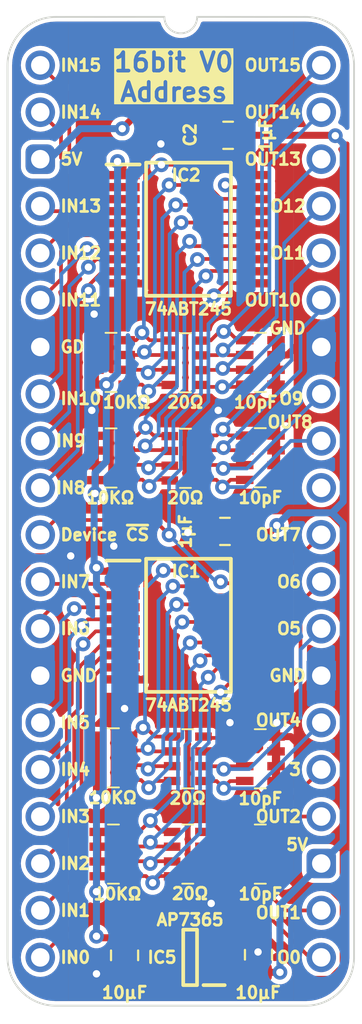
<source format=kicad_pcb>
(kicad_pcb (version 20240108) (generator "pcbnew") (generator_version "8.0")
  (title_block (title "Address Buffer 16bit") (date "2024-02-01") (rev "V0"))
  (layers (0 "F.Cu" signal) (31 "B.Cu" signal) (34 "B.Paste" user) (35 "F.Paste" user) (36 "B.SilkS" user "B.Silkscreen") (37 "F.SilkS" user "F.Silkscreen") (38 "B.Mask" user) (39 "F.Mask" user) (44 "Edge.Cuts" user))
  (net 0 "")
  (net 1 "GND")
  (net 2 "5V")
  (net 3 "/3.3V")
  (net 5 "A7_{s}")
  (net 6 "A6_{s}")
  (net 7 "A5_{s}")
  (net 8 "A4_{s}")
  (net 9 "A1_{s}")
  (net 10 "A0_{s}")
  (net 11 "A3_{s}")
  (net 12 "A2_{s}")
  (net 13 "A9_{s}")
  (net 14 "/A0")
  (net 15 "/A1")
  (net 16 "/A2")
  (net 17 "/A3")
  (net 18 "/A4")
  (net 19 "/A5")
  (net 20 "/A6")
  (net 21 "/A7")
  (net 22 "A10_{s}")
  (net 23 "A8_{s}")
  (net 24 "A11_{s}")
  (net 25 "A15_{s}")
  (net 26 "A13_{s}")
  (net 27 "A12_{s}")
  (net 28 "A14_{s}")
  (net 29 "A2_{IN}")
  (net 30 "/A8")
  (net 31 "/A9")
  (net 32 "/A10")
  (net 33 "/A11")
  (net 34 "/A12")
  (net 35 "/A13")
  (net 36 "/A14")
  (net 37 "/A15")
  (net 39 "A3_{IN}")
  (net 40 "A0_{IN}")
  (net 41 "A1_{IN}")
  (net 42 "Device ~{CS}")
  (net 43 "A6_{IN}")
  (net 44 "A4_{IN}")
  (net 45 "A7_{IN}")
  (net 46 "A5_{IN}")
  (net 47 "A14_{IN}")
  (net 48 "A13_{IN}")
  (net 49 "A15_{IN}")
  (net 50 "A9_{IN}")
  (net 51 "A11_{IN}")
  (net 52 "A8_{IN}")
  (net 53 "A10_{IN}")
  (net 54 "A12_{IN}")
  (footprint "SamacSys_Parts:CA0612KRX7R9BB100" (layer "F.Cu") (at 100.838 79.6502)
    (property "Reference" "CN3" (hide yes))
    (property "Value" "CA0612KRX7R9BB100" (hide yes))
  )
  (footprint "SamacSys_Parts:CAY16-J4" (layer "F.Cu") (at 92.71 74.494)
    (property "Reference" "RN3" (hide yes))
    (property "Value" "CAY16-103J4LF" (hide yes))
  )
  (footprint "SamacSys_Parts:CAY16-F4" (layer "F.Cu") (at 96.901 95.9168)
    (property "Reference" "RN5" (hide yes))
    (property "Value" "CAY16-200J4LF" (hide yes))
  )
  (footprint "SamacSys_Parts:SOP65P780X200-20N" (layer "F.Cu") (at 96.94 67.2886)
    (property "Reference" "IC2")
    (property "Value" "SN74ABT245BDBR" (hide yes))
  )
  (footprint "SamacSys_Parts:C_0805" (layer "F.Cu") (at 98.933 83.636 90)
    (property "Reference" "C1" (hide yes))
    (property "Value" "1μF")
  )
  (footprint "SamacSys_Parts:SOP65P780X200-20N" (layer "F.Cu") (at 96.94 88.716)
    (property "Reference" "IC1")
    (property "Value" "SN74ABT245BDBR" (hide yes))
  )
  (footprint "SamacSys_Parts:CAY16-F4" (layer "F.Cu") (at 96.774 74.494)
    (property "Reference" "RN10" (hide yes))
    (property "Value" "CAY16-200J4LF" (hide yes))
  )
  (footprint "SamacSys_Parts:C_0805" (layer "F.Cu") (at 100.7364 106.553)
    (property "Reference" "C8" (hide yes))
    (property "Value" "10µF")
  )
  (footprint "SamacSys_Parts:C_0805" (layer "F.Cu") (at 99.1048 62.2086 90)
    (property "Reference" "C2")
    (property "Value" "1μF")
  )
  (footprint "SamacSys_Parts:CAY16-J4" (layer "F.Cu") (at 92.837 101.092)
    (property "Reference" "RN2" (hide yes))
    (property "Value" "CAY16-103J4LF" (hide yes))
  )
  (footprint "SamacSys_Parts:CAY16-J4" (layer "F.Cu") (at 92.837 95.885)
    (property "Reference" "RN1" (hide yes))
    (property "Value" "CAY16-103J4LF" (hide yes))
  )
  (footprint "SamacSys_Parts:CA0612KRX7R9BB100" (layer "F.Cu") (at 100.838 101.092)
    (property "Reference" "CN2" (hide yes))
    (property "Value" "CA0612KRX7R9BB100" (hide yes))
  )
  (footprint "SamacSys_Parts:SOT95P285X130-5N" (layer "F.Cu") (at 97.028 106.68 180)
    (property "Reference" "IC5")
    (property "Value" "AP7365-33WG-7" (hide yes))
  )
  (footprint "SamacSys_Parts:CA0612KRX7R9BB100" (layer "F.Cu") (at 100.838 74.494)
    (property "Reference" "CN4" (hide yes))
    (property "Value" "CA0612KRX7R9BB100" (hide yes))
  )
  (footprint "SamacSys_Parts:C_0805" (layer "F.Cu") (at 93.472 106.553 180)
    (property "Reference" "C9" (hide yes))
    (property "Value" "10µF")
  )
  (footprint "SamacSys_Parts:CAY16-F4" (layer "F.Cu") (at 96.901 101.0728)
    (property "Reference" "RN6" (hide yes))
    (property "Value" "CAY16-200J4LF" (hide yes))
  )
  (footprint "SamacSys_Parts:CA0612KRX7R9BB100" (layer "F.Cu") (at 100.838 95.936)
    (property "Reference" "CN1" (hide yes))
    (property "Value" "CA0612KRX7R9BB100" (hide yes))
  )
  (footprint "SamacSys_Parts:CAY16-J4" (layer "F.Cu") (at 92.71 79.6632)
    (property "Reference" "RN4" (hide yes))
    (property "Value" "CAY16-103J4LF" (hide yes))
  )
  (footprint "SamacSys_Parts:CAY16-F4" (layer "F.Cu") (at 96.774 79.6632)
    (property "Reference" "RN9" (hide yes))
    (property "Value" "CAY16-200J4LF" (hide yes))
  )
  (footprint "SamacSys_Parts:DIP-40_Board_W15.24mm" (layer "F.Cu") (at 88.9 58.42)
    (property "Reference" "J1" (hide yes))
    (property "Value" "Conn_02x20_Counter_Clockwise" (hide yes))
    (fp_line (start -1.778 48.26) (end -1.778 0) (stroke (width 0.1)) (layer "Edge.Cuts"))
    (fp_line (start 6.731 -2.6162) (end 0.835732 -2.613732) (stroke (width 0.1)) (layer "Edge.Cuts"))
    (fp_line (start 14.404267 -2.613733) (end 8.509 -2.6162) (stroke (width 0.1)) (layer "Edge.Cuts"))
    (fp_line (start 14.404268 50.873732) (end 0.835733 50.873733) (stroke (width 0.1)) (layer "Edge.Cuts"))
    (fp_line (start 17.018 48.26) (end 17.017999 -0.000001) (stroke (width 0.1)) (layer "Edge.Cuts"))
    (fp_arc (start -1.778 0) (mid -1.012456 -1.848188) (end 0.835732 -2.613732) (stroke (width 0.1)) (layer "Edge.Cuts"))
    (fp_arc (start 0.835733 50.873733) (mid -1.012457 50.108189) (end -1.778 48.26) (stroke (width 0.1)) (layer "Edge.Cuts"))
    (fp_arc (start 8.509 -2.6162) (mid 7.62 -1.7272) (end 6.731 -2.6162) (stroke (width 0.1)) (layer "Edge.Cuts"))
    (fp_arc (start 14.404267 -2.613733) (mid 16.252457 -1.84819) (end 17.017999 -0.000001) (stroke (width 0.1)) (layer "Edge.Cuts"))
    (fp_arc (start 17.018 48.26) (mid 16.252456 50.108187) (end 14.404268 50.873732) (stroke (width 0.1)) (layer "Edge.Cuts"))
  )
  (gr_text "5V" (at 103.505 100.584 0) (layer "F.SilkS") (effects (font (size 0.635 0.635)) (justify right)))
  (gr_text "GND" (at 89.916 91.44 0) (layer "F.SilkS") (effects (font (size 0.635 0.635)) (justify left)))
  (gr_text "IN14" (at 89.916 60.96 0) (layer "F.SilkS") (effects (font (size 0.635 0.635)) (justify left)))
  (gr_text "O11" (at 103.378 68.58 0) (layer "F.SilkS") (effects (font (size 0.635 0.635)) (justify right)))
  (gr_text "OUT8" (at 103.759 77.724 0) (layer "F.SilkS") (effects (font (size 0.635 0.635)) (justify right)))
  (gr_text "OUT10" (at 103.124 71.12 0) (layer "F.SilkS") (effects (font (size 0.635 0.635)) (justify right)))
  (gr_text "3" (at 103.124 96.52 0) (layer "F.SilkS") (effects (font (size 0.635 0.635)) (justify right)))
  (gr_text "GND" (at 103.378 91.44 0) (layer "F.SilkS") (effects (font (size 0.635 0.635)) (justify right)))
  (gr_text "IN4" (at 89.916 96.52 0) (layer "F.SilkS") (effects (font (size 0.635 0.635)) (justify left)))
  (gr_text "O5" (at 103.124 88.9 0) (layer "F.SilkS") (effects (font (size 0.635 0.635)) (justify right)))
  (gr_text "O9" (at 103.251 76.454 0) (layer "F.SilkS") (effects (font (size 0.635 0.635)) (justify right)))
  (gr_text "IN6" (at 89.916 88.9 0) (layer "F.SilkS") (effects (font (size 0.635 0.635)) (justify left)))
  (gr_text "IN13" (at 89.916 66.04 0) (layer "F.SilkS") (effects (font (size 0.635 0.635)) (justify left)))
  (gr_text "OUT14" (at 103.124 60.96 0) (layer "F.SilkS") (effects (font (size 0.635 0.635)) (justify right)))
  (gr_text "IN10" (at 89.916 76.454 0) (layer "F.SilkS") (effects (font (size 0.635 0.635)) (justify left)))
  (gr_text "IN11" (at 89.916 71.12 0) (layer "F.SilkS") (effects (font (size 0.635 0.635)) (justify left)))
  (gr_text "OUT4" (at 103.124 93.853 0) (layer "F.SilkS") (effects (font (size 0.635 0.635)) (justify right)))
  (gr_text "OUT2" (at 103.124 99.06 0) (layer "F.SilkS") (effects (font (size 0.635 0.635)) (justify right)))
  (gr_text "IN5" (at 89.916 93.98 0) (layer "F.SilkS") (effects (font (size 0.635 0.635)) (justify left)))
  (gr_text "OUT15" (at 103.124 58.42 0) (layer "F.SilkS") (effects (font (size 0.635 0.635)) (justify right)))
  (gr_text "5V" (at 89.916 63.5 0) (layer "F.SilkS") (effects (font (size 0.635 0.635)) (justify left)))
  (gr_text "OUT1" (at 103.124 104.267 0) (layer "F.SilkS") (effects (font (size 0.635 0.635)) (justify right)))
  (gr_text "IN7" (at 89.916 86.36 0) (layer "F.SilkS") (effects (font (size 0.635 0.635)) (justify left)))
  (gr_text "IN1" (at 89.916 104.14 0) (layer "F.SilkS") (effects (font (size 0.635 0.635)) (justify left)))
  (gr_text "IN8" (at 89.662 81.28 0) (layer "F.SilkS") (effects (font (size 0.635 0.635)) (justify left)))
  (gr_text "OUT13" (at 103.124 63.5 0) (layer "F.SilkS") (effects (font (size 0.635 0.635)) (justify right)))
  (gr_text "O12" (at 103.378 66.04 0) (layer "F.SilkS") (effects (font (size 0.635 0.635)) (justify right)))
  (gr_text "GD" (at 89.916 73.66 0) (layer "F.SilkS") (effects (font (size 0.635 0.635)) (justify left)))
  (gr_text "IN12" (at 89.916 68.58 0) (layer "F.SilkS") (effects (font (size 0.635 0.635)) (justify left)))
  (gr_text "IN0" (at 89.916 106.68 0) (layer "F.SilkS") (effects (font (size 0.635 0.635)) (justify left)))
  (gr_text "IN2" (at 89.916 101.6 0) (layer "F.SilkS") (effects (font (size 0.635 0.635)) (justify left)))
  (gr_text "16bit V0\nAddress\n" (at 96.139 60.452 0) (layer "F.SilkS" knockout) (effects (font (size 1 1) (thickness 0.2) (bold yes)) (justify bottom)))
  (gr_text "IN3" (at 89.916 99.06 0) (layer "F.SilkS") (effects (font (size 0.635 0.635)) (justify left)))
  (gr_text "IN15" (at 89.916 58.42 0) (layer "F.SilkS") (effects (font (size 0.635 0.635)) (justify left)))
  (gr_text "GND" (at 103.378 72.644 0) (layer "F.SilkS") (effects (font (size 0.635 0.635)) (justify right)))
  (gr_text "IN9" (at 89.662 78.74 0) (layer "F.SilkS") (effects (font (size 0.635 0.635)) (justify left)))
  (gr_text "Device ~{CS}" (at 89.916 83.82 0) (layer "F.SilkS") (effects (font (size 0.635 0.635)) (justify left)))
  (gr_text "OUT7" (at 103.124 83.82 0) (layer "F.SilkS") (effects (font (size 0.635 0.635)) (justify right)))
  (gr_text "O6" (at 103.124 86.36 0) (layer "F.SilkS") (effects (font (size 0.635 0.635)) (justify right)))
  (gr_text "O0" (at 103.124 106.68 0) (layer "F.SilkS") (effects (font (size 0.635 0.635)) (justify right)))
  (segment (start 94.68 85.507229) (end 94.68 91.631) (width 0.38) (layer "F.Cu") (net 1))
  (segment (start 100.7364 105.0544) (end 99.441 103.759) (width 0.38) (layer "F.Cu") (net 1))
  (segment (start 93.39 70.948) (end 92.455998 71.882002) (width 0.38) (layer "F.Cu") (net 1))
  (segment (start 104.14 91.44) (end 101.726996 93.853004) (width 0.38) (layer "F.Cu") (net 1))
  (segment (start 97.967 83.636) (end 97.967 84.659) (width 0.38) (layer "F.Cu") (net 1))
  (segment (start 93.472004 93.218) (end 98.425 93.218) (width 0.38) (layer "F.Cu") (net 1))
  (segment (start 104.78723 100.33) (end 105.33 100.87277) (width 0.38) (layer "F.Cu") (net 1))
  (segment (start 93.39 70.2136) (end 93.39 70.948) (width 0.38) (layer "F.Cu") (net 1))
  (segment (start 95.4405 62.6745) (end 95.9064 62.2086) (width 0.38) (layer "F.Cu") (net 1))
  (segment (start 91.998 107.519) (end 91.948 107.569) (width 0.38) (layer "F.Cu") (net 1))
  (segment (start 101.688 80.0502) (end 101.688 79.2502) (width 0.38) (layer "F.Cu") (net 1))
  (segment (start 101.688 74.094) (end 101.688 74.894) (width 0.38) (layer "F.Cu") (net 1))
  (segment (start 101.688 100.692) (end 101.688 99.892) (width 0.38) (layer "F.Cu") (net 1))
  (segment (start 102.87 102.87) (end 104.552915 102.87) (width 0.38) (layer "F.Cu") (net 1))
  (segment (start 97.967 83.636) (end 96.958 83.636) (width 0.38) (layer "F.Cu") (net 1))
  (segment (start 97.79 84.836) (end 95.351229 84.836) (width 0.38) (layer "F.Cu") (net 1))
  (segment (start 99.082 82.521) (end 104.523915 82.521) (width 0.38) (layer "F.Cu") (net 1))
  (segment (start 99.441 103.759) (end 98.171 103.759) (width 0.38) (layer "F.Cu") (net 1))
  (segment (start 100.026 105.587) (end 100.7364 105.587) (width 0.38) (layer "F.Cu") (net 1))
  (segment (start 101.688 80.8502) (end 101.688 80.0502) (width 0.38) (layer "F.Cu") (net 1))
  (segment (start 87.63 90.17) (end 87.63 85.947085) (width 0.38) (layer "F.Cu") (net 1))
  (segment (start 105.33 83.327085) (end 105.33 90.25) (width 0.38) (layer "F.Cu") (net 1))
  (segment (start 92.73605 84.582) (end 92.887707 84.430343) (width 0.38) (layer "F.Cu") (net 1))
  (segment (start 100.7364 106.3616) (end 100.7364 105.587) (width 0.38) (layer "F.Cu") (net 1))
  (segment (start 102.743 73.66) (end 104.14 73.66) (width 0.38) (layer "F.Cu") (net 1))
  (segment (start 90.504 85.01) (end 90.551 84.963) (width 0.38) (layer "F.Cu") (net 1))
  (segment (start 104.902 102.87) (end 104.552915 102.87) (width 0.38) (layer "F.Cu") (net 1))
  (segment (start 94.68 70.2036) (end 94.68 63.435) (width 0.38) (layer "F.Cu") (net 1))
  (segment (start 102.832 100.33) (end 102.47 100.692) (width 0.38) (layer "F.Cu") (net 1))
  (segment (start 101.688 77.089) (end 101.688 75.694) (width 0.38) (layer "F.Cu") (net 1))
  (segment (start 105.33 96.027085) (end 105.33 99.552915) (width 0.38) (layer "F.Cu") (net 1))
  (segment (start 93.472 107.519) (end 91.998 107.519) (width 0.38) (layer "F.Cu") (net 1))
  (segment (start 98.933 106.68) (end 100.026 105.587) (width 0.38) (layer "F.Cu") (net 1))
  (segment (start 101.726996 93.853004) (end 101.726996 93.98) (width 0.38) (layer "F.Cu") (net 1))
  (segment (start 97.967 83.636) (end 99.082 82.521) (width 0.38) (layer "F.Cu") (net 1))
  (segment (start 101.688 78.4502) (end 101.688 77.089) (width 0.38) (layer "F.Cu") (net 1))
  (segment (start 96.2114 71.755) (end 94.67 70.2136) (width 0.38) (layer "F.Cu") (net 1))
  (segment (start 101.688 73.294) (end 101.688 74.094) (width 0.38) (layer "F.Cu") (net 1))
  (segment (start 105.33 103.647085) (end 105.33 107.172915) (width 0.38) (layer "F.Cu") (net 1))
  (segment (start 101.688 101.492) (end 101.688 100.692) (width 0.38) (layer "F.Cu") (net 1))
  (segment (start 101.688 74.094) (end 102.309 74.094) (width 0.38) (layer "F.Cu") (net 1))
  (segment (start 104.552915 95.25) (end 105.33 96.027085) (width 0.38) (layer "F.Cu") (net 1))
  (segment (start 95.9064 62.2086) (end 98.1388 62.2086) (width 0.38) (layer "F.Cu") (net 1))
  (segment (start 101.688 77.089) (end 98.552 77.089) (width 0.38) (layer "F.Cu") (net 1))
  (segment (start 104.552915 102.87) (end 105.33 103.647085) (width 0.38) (layer "F.Cu") (net 1))
  (segment (start 101.688 96.336) (end 101.688 97.136) (width 0.38) (layer "F.Cu") (net 1))
  (segment (start 104.552915 100.33) (end 104.78723 100.33) (width 0.38) (layer "F.Cu") (net 1))
  (segment (start 93.472002 93.218002) (end 93.472004 93.218) (width 0.38) (layer "F.Cu") (net 1))
  (segment (start 88.9 73.66) (end 90.043 73.66) (width 0.38) (layer "F.Cu") (net 1))
  (segment (start 94.67 91.641) (end 93.39 91.641) (width 0.38) (layer "F.Cu") (net 1))
  (segment (start 102.47 100.692) (end 101.688 100.692) (width 0.38) (layer "F.Cu") (net 1))
  (segment (start 97.967 84.659) (end 97.79 84.836) (width 0.38) (layer "F.Cu") (net 1))
  (segment (start 102.483 94.736) (end 102.997 95.25) (width 0.38) (layer "F.Cu") (net 1))
  (segment (start 88.9 91.44) (end 87.63 90.17) (width 0.38) (layer "F.Cu") (net 1))
  (segment (start 98.425 93.218) (end 99.187 93.98) (width 0.38) (layer "F.Cu") (net 1))
  (segment (start 90.551 84.963) (end 90.932 84.582) (width 0.38) (layer "F.Cu") (net 1))
  (segment (start 102.292 102.292) (end 102.87 102.87) (width 0.38) (layer "F.Cu") (net 1))
  (segment (start 105.33 102.442) (end 104.902 102.87) (width 0.38) (layer "F.Cu") (net 1))
  (segment (start 94.68 63.435) (end 95.4405 62.6745) (width 0.38) (layer "F.Cu") (net 1))
  (segment (start 100.711 106.387) (end 100.7364 106.3616) (width 0.38) (layer "F.Cu") (net 1))
  (segment (start 101.688 72.478) (end 100.965 71.755) (width 0.38) (layer "F.Cu") (net 1))
  (segment (start 101.688 96.336) (end 101.688 95.536) (width 0.38) (layer "F.Cu") (net 1))
  (segment (start 105.33 99.552915) (end 104.552915 100.33) (width 0.38) (layer "F.Cu") (net 1))
  (segment (start 102.997 95.25) (end 104.552915 95.25) (width 0.38) (layer "F.Cu") (net 1))
  (segment (start 91.69401 77.089) (end 91.694 77.08899) (width 0.38) (layer "F.Cu") (net 1))
  (segment (start 104.552915 100.33) (end 102.832 100.33) (width 0.38) (layer "F.Cu") (net 1))
  (segment (start 103.425 107.87) (end 101.142 105.587) (width 0.38) (layer "F.Cu") (net 1))
  (segment (start 101.688 95.536) (end 101.688 94.736) (width 0.38) (layer "F.Cu") (net 1))
  (segment (start 100.7364 105.587) (end 100.7364 105.0544) (width 0.38) (layer "F.Cu") (net 1))
  (segment (start 105.33 100.87277) (end 105.33 102.442) (width 0.38) (layer "F.Cu") (net 1))
  (segment (start 101.688 94.736) (end 102.483 94.736) (width 0.38) (layer "F.Cu") (net 1))
  (segment (start 101.688 94.736) (end 101.688 94.018996) (width 0.38) (layer "F.Cu") (net 1))
  (segment (start 101.688 73.294) (end 101.688 72.478) (width 0.38) (layer "F.Cu") (net 1))
  (segment (start 98.328 106.68) (end 98.933 106.68) (width 0.38) (layer "F.Cu") (net 1))
  (segment (start 104.523915 82.521) (end 105.33 83.327085) (width 0.38) (layer "F.Cu") (net 1))
  (segment (start 90.043 73.66) (end 91.820998 71.882002) (width 0.38) (layer "F.Cu") (net 1))
  (segment (start 105.33 90.25) (end 104.14 91.44) (width 0.38) (layer "F.Cu") (net 1))
  (segment (start 88.567085 85.01) (end 90.504 85.01) (width 0.38) (layer "F.Cu") (net 1))
  (segment (start 101.688 79.2502) (end 101.688 78.4502) (width 0.38) (layer "F.Cu") (net 1))
  (segment (start 102.309 74.094) (end 102.743 73.66) (width 0.38) (layer "F.Cu") (net 1))
  (segment (start 101.688 94.018996) (end 101.726996 93.98) (width 0.38) (layer "F.Cu") (net 1))
  (segment (start 90.932 84.582) (end 92.73605 84.582) (width 0.38) (layer "F.Cu") (net 1))
  (segment (start 93.39 91.641) (end 93.39 93.136) (width 0.38) (layer "F.Cu") (net 1))
  (segment (start 104.632915 107.87) (end 103.425 107.87) (width 0.38) (layer "F.Cu") (net 1))
  (segment (start 100.965 71.755) (end 96.2114 71.755) (width 0.38) (layer "F.Cu") (net 1))
  (segment (start 94.67 70.2136) (end 94.68 70.2036) (width 0.38) (layer "F.Cu") (net 1))
  (segment (start 101.688 102.292) (end 102.292 102.292) (width 0.38) (layer "F.Cu") (net 1))
  (segment (start 98.552 77.089) (end 91.69401 77.089) (width 0.38) (layer "F.Cu") (net 1))
  (segment (start 93.39 70.2136) (end 94.67 70.2136) (width 0.38) (layer "F.Cu") (net 1))
  (segment (start 105.33 107.172915) (end 104.632915 107.87) (width 0.38) (layer "F.Cu") (net 1))
  (segment (start 92.455998 71.882002) (end 91.820998 71.882002) (width 0.38) (layer "F.Cu") (net 1))
  (segment (start 101.688 74.894) (end 101.688 75.694) (width 0.38) (layer "F.Cu") (net 1))
  (segment (start 101.688 102.292) (end 101.688 101.492) (width 0.38) (layer "F.Cu") (net 1))
  (segment (start 95.351229 84.836) (end 94.68 85.507229) (width 0.38) (layer "F.Cu") (net 1))
  (segment (start 87.63 85.947085) (end 88.567085 85.01) (width 0.38) (layer "F.Cu") (net 1))
  (segment (start 96.958 83.636) (end 96.901 83.693) (width 0.38) (layer "F.Cu") (net 1))
  (segment (start 93.39 93.136) (end 93.472002 93.218002) (width 0.38) (layer "F.Cu") (net 1))
  (segment (start 94.68 91.631) (end 94.67 91.641) (width 0.38) (layer "F.Cu") (net 1))
  (via (at 101.726996 93.98) (size 0.8) (drill 0.4) (layers "F.Cu" "B.Cu") (net 1))
  (via (at 92.887707 84.430343) (size 0.8) (drill 0.4) (layers "F.Cu" "B.Cu") (net 1))
  (via (at 100.711 106.387) (size 0.8) (drill 0.4) (layers "F.Cu" "B.Cu") (net 1))
  (via (at 98.552 77.089) (size 0.8) (drill 0.4) (layers "F.Cu" "B.Cu") (net 1))
  (via (at 99.187 93.98) (size 0.8) (drill 0.4) (layers "F.Cu" "B.Cu") (net 1))
  (via (at 95.4405 62.6745) (size 0.8) (drill 0.4) (layers "F.Cu" "B.Cu") (net 1))
  (via (at 93.472002 93.218002) (size 0.8) (drill 0.4) (layers "F.Cu" "B.Cu") (net 1))
  (via (at 91.694 77.08899) (size 0.8) (drill 0.4) (layers "F.Cu" "B.Cu") (net 1))
  (via (at 90.551 84.963) (size 0.8) (drill 0.4) (layers "F.Cu" "B.Cu") (net 1))
  (via (at 91.948 107.569) (size 0.8) (drill 0.4) (layers "F.Cu" "B.Cu") (net 1))
  (via (at 96.901 83.693) (size 0.8) (drill 0.4) (layers "F.Cu" "B.Cu") (net 1))
  (via (at 91.820998 71.882002) (size 0.8) (drill 0.4) (layers "F.Cu" "B.Cu") (net 1))
  (via (at 98.171 103.759) (size 0.8) (drill 0.4) (layers "F.Cu" "B.Cu") (net 1))
  (segment (start 87.71 99.712915) (end 88.407085 100.41) (width 0.38) (layer "B.Cu") (net 1))
  (segment (start 93.65064 84.836) (end 93.472002 85.014638) (width 0.38) (layer "B.Cu") (net 1))
  (segment (start 92.301 63.147) (end 92.7735 62.6745) (width 0.38) (layer "B.Cu") (net 1))
  (segment (start 91.820998 71.882002) (end 91.693988 72.009012) (width 0.38) (layer "B.Cu") (net 1))
  (segment (start 98.059 103.647) (end 98.171 103.759) (width 0.38) (layer "B.Cu") (net 1))
  (segment (start 92.7735 62.6745) (end 95.4405 62.6745) (width 0.38) (layer "B.Cu") (net 1))
  (segment (start 91.693988 77.088978) (end 91.694 77.08899) (width 0.38) (layer "B.Cu") (net 1))
  (segment (start 91.693988 72.009012) (end 91.693988 77.088978) (width 0.38) (layer "B.Cu") (net 1))
  (segment (start 90.551 80.967756) (end 91.694 79.824756) (width 0.38) (layer "B.Cu") (net 1))
  (segment (start 98.059 95.743) (end 98.059 103.647) (width 0.38) (layer "B.Cu") (net 1))
  (segment (start 99.187 93.98) (end 99.187 94.615) (width 0.38) (layer "B.Cu") (net 1))
  (segment (start 88.407085 100.41) (end 89.488 100.41) (width 0.38) (layer "B.Cu") (net 1))
  (segment (start 87.71 92.63) (end 87.71 99.712915) (width 0.38) (layer "B.Cu") (net 1))
  (segment (start 100.711 106.387) (end 99.529 107.569) (width 0.38) (layer "B.Cu") (net 1))
  (segment (start 88.9 91.44) (end 87.71 92.63) (width 0.38) (layer "B.Cu") (net 1))
  (segment (start 93.472002 93.218002) (end 93.472002 85.014638) (width 0.38) (layer "B.Cu") (net 1))
  (segment (start 92.301 71.402) (end 92.301 63.147) (width 0.38) (layer "B.Cu") (net 1))
  (segment (start 89.488 100.41) (end 90.932 101.854) (width 0.38) (layer "B.Cu") (net 1))
  (segment (start 91.694 79.824756) (end 91.694 77.08899) (width 0.38) (layer "B.Cu") (net 1))
  (segment (start 93.472002 85.014638) (end 92.887707 84.430343) (width 0.38) (layer "B.Cu") (net 1))
  (segment (start 101.726996 93.98) (end 99.187 93.98) (width 0.38) (layer "B.Cu") (net 1))
  (segment (start 99.187 94.615) (end 98.059 95.743) (width 0.38) (layer "B.Cu") (net 1))
  (segment (start 97.028 83.566) (end 97.028 78.613) (width 0.38) (layer "B.Cu") (net 1))
  (segment (start 99.529 107.569) (end 91.948 107.569) (width 0.38) (layer "B.Cu") (net 1))
  (segment (start 90.932 101.854) (end 90.932 106.553) (width 0.38) (layer "B.Cu") (net 1))
  (segment (start 101.726996 93.98) (end 101.726996 90.677996) (width 0.38) (layer "B.Cu") (net 1))
  (segment (start 96.901 83.693) (end 97.028 83.566) (width 0.38) (layer "B.Cu") (net 1))
  (segment (start 90.932 106.553) (end 91.948 107.569) (width 0.38) (layer "B.Cu") (net 1))
  (segment (start 97.028 78.613) (end 98.552 77.089) (width 0.38) (layer "B.Cu") (net 1))
  (segment (start 95.885 84.836) (end 93.65064 84.836) (width 0.38) (layer "B.Cu") (net 1))
  (segment (start 90.551 84.963) (end 90.551 80.967756) (width 0.38) (layer "B.Cu") (net 1))
  (segment (start 101.726996 90.677996) (end 95.885 84.836) (width 0.38) (layer "B.Cu") (net 1))
  (segment (start 91.820998 71.882002) (end 92.301 71.402) (width 0.38) (layer "B.Cu") (net 1))
  (segment (start 98.328 105.73) (end 97.373 105.73) (width 0.38) (layer "F.Cu") (net 2))
  (segment (start 99.867 83.636) (end 99.867 84.627) (width 0.38) (layer "F.Cu") (net 2))
  (segment (start 97.363 105.74) (end 97.363 107.63) (width 0.38) (layer "F.Cu") (net 2))
  (segment (start 100.0388 62.2086) (end 104.880618 62.2086) (width 0.38) (layer "F.Cu") (net 2))
  (segment (start 99.867 84.627) (end 100.49 85.25) (width 0.38) (layer "F.Cu") (net 2))
  (segment (start 100.49 64.3636) (end 100.49 63.787) (width 0.38) (layer "F.Cu") (net 2))
  (segment (start 100.584 107.6394) (end 98.3374 107.6394) (width 0.38) (layer "F.Cu") (net 2))
  (segment (start 104.880618 62.2086) (end 104.902018 62.23) (width 0.38) (layer "F.Cu") (net 2))
  (segment (start 94.107 61.087) (end 93.345 61.849) (width 0.38) (layer "F.Cu") (net 2))
  (segment (start 101.727012 83.312012) (end 101.727012 83.312) (width 0.38) (layer "F.Cu") (net 2))
  (segment (start 100.49 63.787) (end 100.0388 63.3358) (width 0.38) (layer "F.Cu") (net 2))
  (segment (start 97.363 107.63) (end 98.328 107.63) (width 0.38) (layer "F.Cu") (net 2))
  (segment (start 98.9172 61.087) (end 94.107 61.087) (width 0.38) (layer "F.Cu") (net 2))
  (segment (start 100.7364 107.487) (end 101.899 107.487) (width 0.38) (layer "F.Cu") (net 2))
  (segment (start 100.0388 63.3358) (end 100.0388 62.2086) (width 0.38) (layer "F.Cu") (net 2))
  (segment (start 97.373 105.73) (end 97.363 105.74) (width 0.38) (layer "F.Cu") (net 2))
  (segment (start 100.0388 62.2086) (end 98.9172 61.087) (width 0.38) (layer "F.Cu") (net 2))
  (segment (start 101.346024 83.693) (end 101.727012 83.312012) (width 0.38) (layer "F.Cu") (net 2))
  (segment (start 99.924 83.693) (end 101.346024 83.693) (width 0.38) (layer "F.Cu") (net 2))
  (segment (start 101.899 107.487) (end 101.899008 107.487008) (width 0.38) (layer "F.Cu") (net 2))
  (segment (start 100.49 85.25) (end 100.49 85.791) (width 0.38) (layer "F.Cu") (net 2))
  (via (at 93.345 61.849) (size 0.8) (drill 0.4) (layers "F.Cu" "B.Cu") (net 2))
  (via (at 101.899008 107.487008) (size 0.8) (drill 0.4) (layers "F.Cu" "B.Cu") (net 2))
  (via (at 104.902018 62.23) (size 0.8) (drill 0.4) (layers "F.Cu" "B.Cu") (net 2))
  (via (at 101.727012 83.312) (size 0.8) (drill 0.4) (layers "F.Cu" "B.Cu") (net 2))
  (segment (start 104.728 82.63) (end 105.33 82.028) (width 0.38) (layer "B.Cu") (net 2))
  (segment (start 104.14 101.6) (end 101.899008 103.840992) (width 0.38) (layer "B.Cu") (net 2))
  (segment (start 105.33 100.41) (end 105.33 83.232) (width 0.38) (layer "B.Cu") (net 2))
  (segment (start 102.409012 82.63) (end 101.727012 83.312) (width 0.38) (layer "B.Cu") (net 2))
  (segment (start 89.408 63.5) (end 91.059 61.849) (width 0.38) (layer "B.Cu") (net 2))
  (segment (start 91.059 61.849) (end 93.345 61.849) (width 0.38) (layer "B.Cu") (net 2))
  (segment (start 101.899008 103.840992) (end 101.899008 107.487008) (width 0.38) (layer "B.Cu") (net 2))
  (segment (start 104.14 101.6) (end 105.33 100.41) (width 0.38) (layer "B.Cu") (net 2))
  (segment (start 105.33 82.028) (end 105.33 62.657982) (width 0.38) (layer "B.Cu") (net 2))
  (segment (start 105.33 83.232) (end 104.728 82.63) (width 0.38) (layer "B.Cu") (net 2))
  (segment (start 104.728 82.63) (end 102.409012 82.63) (width 0.38) (layer "B.Cu") (net 2))
  (segment (start 105.33 62.657982) (end 104.902018 62.23) (width 0.38) (layer "B.Cu") (net 2))
  (segment (start 93.472 105.619) (end 92.03 105.619) (width 0.38) (layer "F.Cu") (net 3))
  (segment (start 93.39 63.926) (end 93.091 63.627) (width 0.38) (layer "F.Cu") (net 3))
  (segment (start 91.889 74.8816) (end 91.889 74.0816) (width 0.38) (layer "F.Cu") (net 3))
  (segment (start 91.948 102.36) (end 92.016 102.292) (width 0.38) (layer "F.Cu") (net 3))
  (segment (start 91.89841 75.69101) (end 92.484 75.69101) (width 0.38) (layer "F.Cu") (net 3))
  (segment (start 91.889 74.0816) (end 91.889 73.2816) (width 0.38) (layer "F.Cu") (net 3))
  (segment (start 92.016 102.292) (end 92.016 101.492) (width 0.38) (layer "F.Cu") (net 3))
  (segment (start 92.016 97.085) (end 91.948004 97.152996) (width 0.38) (layer "F.Cu") (net 3))
  (segment (start 93.39 85.791) (end 92.141006 85.791) (width 0.38) (layer "F.Cu") (net 3))
  (segment (start 91.889 80.8632) (end 91.889 80.0632) (width 0.38) (layer "F.Cu") (net 3))
  (segment (start 93.39 64.3636) (end 93.39 63.926) (width 0.38) (layer "F.Cu") (net 3))
  (segment (start 91.889 80.8632) (end 91.889 81.56723) (width 0.38) (layer "F.Cu") (net 3))
  (segment (start 91.889 79.2632) (end 91.889 78.4632) (width 0.38) (layer "F.Cu") (net 3))
  (segment (start 91.889 75.6816) (end 91.889 74.8816) (width 0.38) (layer "F.Cu") (net 3))
  (segment (start 92.03 105.619) (end 91.948 105.537) (width 0.38) (layer "F.Cu") (net 3))
  (segment (start 92.016 95.485) (end 92.016 94.685) (width 0.38) (layer "F.Cu") (net 3))
  (segment (start 92.016 97.085) (end 92.016 96.285) (width 0.38) (layer "F.Cu") (net 3))
  (segment (start 91.948004 97.152996) (end 91.948004 98.044) (width 0.38) (layer "F.Cu") (net 3))
  (segment (start 92.016 96.285) (end 92.016 95.485) (width 0.38) (layer "F.Cu") (net 3))
  (segment (start 92.016 101.492) (end 92.016 100.692) (width 0.38) (layer "F.Cu") (net 3))
  (segment (start 91.948 103.124) (end 91.948 102.36) (width 0.38) (layer "F.Cu") (net 3))
  (segment (start 91.889 81.56723) (end 91.871613 81.584617) (width 0.38) (layer "F.Cu") (net 3))
  (segment (start 95.483 107.63) (end 93.472 105.619) (width 0.38) (layer "F.Cu") (net 3))
  (segment (start 92.016 100.692) (end 92.016 99.892) (width 0.38) (layer "F.Cu") (net 3))
  (segment (start 91.889 80.0632) (end 91.889 79.2632) (width 0.38) (layer "F.Cu") (net 3))
  (segment (start 92.141006 85.791) (end 91.948 85.597994) (width 0.38) (layer "F.Cu") (net 3))
  (via (at 91.948 105.537) (size 0.8) (drill 0.4) (layers "F.Cu" "B.Cu") (net 3))
  (via (at 93.091 63.627) (size 0.8) (drill 0.4) (layers "F.Cu" "B.Cu") (net 3))
  (via (at 91.948 85.597994) (size 0.8) (drill 0.4) (layers "F.Cu" "B.Cu") (net 3))
  (via (at 91.948004 98.044) (size 0.8) (drill 0.4) (layers "F.Cu" "B.Cu") (net 3))
  (via (at 92.484 75.69101) (size 0.8) (drill 0.4) (layers "F.Cu" "B.Cu") (net 3))
  (via (at 91.871613 81.584617) (size 0.8) (drill 0.4) (layers "F.Cu" "B.Cu") (net 3))
  (via (at 91.948 103.124) (size 0.8) (drill 0.4) (layers "F.Cu" "B.Cu") (net 3))
  (segment (start 91.821 85.470994) (end 91.948 85.597994) (width 0.38) (layer "B.Cu") (net 3))
  (segment (start 91.948004 98.044) (end 92.314024 97.67798) (width 0.38) (layer "B.Cu") (net 3))
  (segment (start 91.871613 80.467387) (end 92.484 79.855) (width 0.38) (layer "B.Cu") (net 3))
  (segment (start 91.948 105.537) (end 91.948 103.124) (width 0.38) (layer "B.Cu") (net 3))
  (segment (start 91.821 81.63523) (end 91.821 85.470994) (width 0.38) (layer "B.Cu") (net 3))
  (segment (start 92.314024 97.67798) (end 92.314024 86.980024) (width 0.38) (layer "B.Cu") (net 3))
  (segment (start 93.091 75.08401) (end 93.091 63.627) (width 0.38) (layer "B.Cu") (net 3))
  (segment (start 91.948 98.044004) (end 91.948004 98.044) (width 0.38) (layer "B.Cu") (net 3))
  (segment (start 91.871613 81.584617) (end 91.821 81.63523) (width 0.38) (layer "B.Cu") (net 3))
  (segment (start 91.871613 81.584617) (end 91.871613 80.467387) (width 0.38) (layer "B.Cu") (net 3))
  (segment (start 92.484 75.69101) (end 93.091 75.08401) (width 0.38) (layer "B.Cu") (net 3))
  (segment (start 91.948 86.614) (end 91.948 85.597994) (width 0.38) (layer "B.Cu") (net 3))
  (segment (start 92.484 79.855) (end 92.484 75.69101) (width 0.38) (layer "B.Cu") (net 3))
  (segment (start 92.314024 86.980024) (end 91.948 86.614) (width 0.38) (layer "B.Cu") (net 3))
  (segment (start 91.948 103.124) (end 91.948 98.044004) (width 0.38) (layer "B.Cu") (net 3))
  (segment (start 99.988 93.918) (end 102.489 91.417) (width 0.2) (layer "F.Cu") (net 5))
  (segment (start 99.9096 94.807) (end 97.7042 94.807) (width 0.2) (layer "F.Cu") (net 5))
  (segment (start 99.988 94.736) (end 99.988 93.918) (width 0.2) (layer "F.Cu") (net 5))
  (segment (start 102.489 91.417) (end 102.489 85.471) (width 0.2) (layer "F.Cu") (net 5))
  (segment (start 102.489 85.471) (end 104.14 83.82) (width 0.2) (layer "F.Cu") (net 5))
  (segment (start 100.888 93.654396) (end 103.015 91.527396) (width 0.2) (layer "F.Cu") (net 6))
  (segment (start 100.888 95.361) (end 100.888 93.654396) (width 0.2) (layer "F.Cu") (net 6))
  (segment (start 103.015 91.527396) (end 103.015 87.485) (width 0.2) (layer "F.Cu") (net 6))
  (segment (start 99.9744 95.5422) (end 97.6394 95.5422) (width 0.2) (layer "F.Cu") (net 6))
  (segment (start 100.713 95.536) (end 100.888 95.361) (width 0.2) (layer "F.Cu") (net 6))
  (segment (start 103.015 87.485) (end 104.14 86.36) (width 0.2) (layer "F.Cu") (net 6))
  (segment (start 99.988 95.536) (end 100.713 95.536) (width 0.2) (layer "F.Cu") (net 6))
  (segment (start 98.697587 96.3422) (end 98.849001 96.493614) (width 0.2) (layer "F.Cu") (net 7))
  (segment (start 97.6394 96.3422) (end 98.697587 96.3422) (width 0.2) (layer "F.Cu") (net 7))
  (segment (start 99.000415 96.3422) (end 98.849001 96.493614) (width 0.2) (layer "F.Cu") (net 7))
  (segment (start 99.9744 96.3422) (end 99.000415 96.3422) (width 0.2) (layer "F.Cu") (net 7))
  (via (at 98.849001 96.493614) (size 0.8) (drill 0.4) (layers "F.Cu" "B.Cu") (net 7))
  (segment (start 100.229386 96.493614) (end 98.849001 96.493614) (width 0.2) (layer "B.Cu") (net 7))
  (segment (start 103.015 93.708) (end 100.229386 96.493614) (width 0.2) (layer "B.Cu") (net 7))
  (segment (start 104.14 88.9) (end 103.015 90.025) (width 0.2) (layer "B.Cu") (net 7))
  (segment (start 103.015 90.025) (end 103.015 93.708) (width 0.2) (layer "B.Cu") (net 7))
  (segment (start 99.192388 97.1422) (end 98.849001 97.485587) (width 0.2) (layer "F.Cu") (net 8))
  (segment (start 98.849001 97.524813) (end 98.849001 97.536) (width 0.2) (layer "F.Cu") (net 8))
  (segment (start 98.466388 97.1422) (end 98.849001 97.524813) (width 0.2) (layer "F.Cu") (net 8))
  (segment (start 98.849001 97.485587) (end 98.849001 97.536) (width 0.2) (layer "F.Cu") (net 8))
  (segment (start 99.9744 97.1422) (end 99.192388 97.1422) (width 0.2) (layer "F.Cu") (net 8))
  (segment (start 97.6394 97.1422) (end 98.466388 97.1422) (width 0.2) (layer "F.Cu") (net 8))
  (via (at 98.849001 97.536) (size 0.8) (drill 0.4) (layers "F.Cu" "B.Cu") (net 8))
  (segment (start 100.584 97.536) (end 98.849001 97.536) (width 0.2) (layer "B.Cu") (net 8))
  (segment (start 104.14 93.98) (end 100.584 97.536) (width 0.2) (layer "B.Cu") (net 8))
  (segment (start 102.186 104.14) (end 104.14 104.14) (width 0.2) (layer "F.Cu") (net 9))
  (segment (start 99.9936 101.492) (end 97.671 101.492) (width 0.2) (layer "F.Cu") (net 9))
  (segment (start 100.888 101.667) (end 100.888 102.842) (width 0.2) (layer "F.Cu") (net 9))
  (segment (start 99.988 101.492) (end 100.713 101.492) (width 0.2) (layer "F.Cu") (net 9))
  (segment (start 100.713 101.492) (end 100.888 101.667) (width 0.2) (layer "F.Cu") (net 9))
  (segment (start 100.888 102.842) (end 102.186 104.14) (width 0.2) (layer "F.Cu") (net 9))
  (segment (start 97.6648 102.2858) (end 99.9998 102.2858) (width 0.2) (layer "F.Cu") (net 10))
  (segment (start 99.988 103.163) (end 103.505 106.68) (width 0.2) (layer "F.Cu") (net 10))
  (segment (start 99.988 102.292) (end 99.988 103.163) (width 0.2) (layer "F.Cu") (net 10))
  (segment (start 99.988 99.402) (end 100.838 98.552) (width 0.2) (layer "F.Cu") (net 11))
  (segment (start 99.988 99.892) (end 99.988 99.402) (width 0.2) (layer "F.Cu") (net 11))
  (segment (start 102.108 98.552) (end 104.14 96.52) (width 0.2) (layer "F.Cu") (net 11))
  (segment (start 99.9936 99.892) (end 97.671 99.892) (width 0.2) (layer "F.Cu") (net 11))
  (segment (start 100.838 98.552) (end 102.108 98.552) (width 0.2) (layer "F.Cu") (net 11))
  (segment (start 99.988 100.692) (end 100.713 100.692) (width 0.2) (layer "F.Cu") (net 12))
  (segment (start 100.888 100.517) (end 100.888 99.519396) (width 0.2) (layer "F.Cu") (net 12))
  (segment (start 100.888 99.519396) (end 101.347396 99.06) (width 0.2) (layer "F.Cu") (net 12))
  (segment (start 101.347396 99.06) (end 104.14 99.06) (width 0.2) (layer "F.Cu") (net 12))
  (segment (start 100.713 100.692) (end 100.888 100.517) (width 0.2) (layer "F.Cu") (net 12))
  (segment (start 99.9936 100.692) (end 97.671 100.692) (width 0.2) (layer "F.Cu") (net 12))
  (segment (start 98.633212 80.0438) (end 98.821003 80.231591) (width 0.2) (layer "F.Cu") (net 13))
  (segment (start 99.008794 80.0438) (end 98.821003 80.231591) (width 0.2) (layer "F.Cu") (net 13))
  (segment (start 97.6664 80.0438) (end 98.633212 80.0438) (width 0.2) (layer "F.Cu") (net 13))
  (segment (start 100.0014 80.0438) (end 99.008794 80.0438) (width 0.2) (layer "F.Cu") (net 13))
  (via (at 98.821003 80.231591) (size 0.8) (drill 0.4) (layers "F.Cu" "B.Cu") (net 13))
  (segment (start 100.108409 80.231591) (end 98.821003 80.231591) (width 0.2) (layer "B.Cu") (net 13))
  (segment (start 104.14 76.2) (end 100.108409 80.231591) (width 0.2) (layer "B.Cu") (net 13))
  (segment (start 94.632994 102.2796) (end 94.995994 102.6426) (width 0.2) (layer "F.Cu") (net 14))
  (segment (start 99.367 91.641) (end 98.679 92.329) (width 0.2) (layer "F.Cu") (net 14))
  (segment (start 95.9494 102.2796) (end 95.358994 102.2796) (width 0.2) (layer "F.Cu") (net 14))
  (segment (start 100.49 91.641) (end 99.367 91.641) (width 0.2) (layer "F.Cu") (net 14))
  (segment (start 95.358994 102.2796) (end 94.995994 102.6426) (width 0.2) (layer "F.Cu") (net 14))
  (segment (start 93.6144 102.2796) (end 94.632994 102.2796) (width 0.2) (layer "F.Cu") (net 14))
  (via (at 98.679 92.329) (size 0.8) (drill 0.4) (layers "F.Cu" "B.Cu") (net 14))
  (via (at 94.995994 102.6426) (size 0.8) (drill 0.4) (layers "F.Cu" "B.Cu") (net 14))
  (segment (start 97.569 95.540036) (end 97.569 99.9426) (width 0.2) (layer "B.Cu") (net 14))
  (segment (start 94.995994 102.515606) (end 94.995994 102.6426) (width 0.2) (layer "B.Cu") (net 14))
  (segment (start 98.044 92.964) (end 98.044 95.065036) (width 0.2) (layer "B.Cu") (net 14))
  (segment (start 97.569 99.9426) (end 94.995994 102.515606) (width 0.2) (layer "B.Cu") (net 14))
  (segment (start 98.679 92.329) (end 98.044 92.964) (width 0.2) (layer "B.Cu") (net 14))
  (segment (start 98.044 95.065036) (end 97.569 95.540036) (width 0.2) (layer "B.Cu") (net 14))
  (segment (start 94.744024 101.4796) (end 94.8652 101.600776) (width 0.2) (layer "F.Cu") (net 15))
  (segment (start 98.546402 90.991) (end 98.010068 91.527334) (width 0.2) (layer "F.Cu") (net 15))
  (segment (start 94.986376 101.4796) (end 94.8652 101.600776) (width 0.2) (layer "F.Cu") (net 15))
  (segment (start 100.49 90.991) (end 98.546402 90.991) (width 0.2) (layer "F.Cu") (net 15))
  (segment (start 95.9494 101.4796) (end 94.986376 101.4796) (width 0.2) (layer "F.Cu") (net 15))
  (segment (start 93.6144 101.4796) (end 94.744024 101.4796) (width 0.2) (layer "F.Cu") (net 15))
  (via (at 94.8652 101.600776) (size 0.8) (drill 0.4) (layers "F.Cu" "B.Cu") (net 15))
  (via (at 98.010068 91.527334) (size 0.8) (drill 0.4) (layers "F.Cu" "B.Cu") (net 15))
  (segment (start 97.594 94.94935) (end 97.169 95.37435) (width 0.2) (layer "B.Cu") (net 15))
  (segment (start 98.010068 91.527334) (end 97.594 91.943402) (width 0.2) (layer "B.Cu") (net 15))
  (segment (start 97.169 95.37435) (end 97.169 99.296976) (width 0.2) (layer "B.Cu") (net 15))
  (segment (start 97.169 99.296976) (end 94.8652 101.600776) (width 0.2) (layer "B.Cu") (net 15))
  (segment (start 97.594 91.943402) (end 97.594 94.94935) (width 0.2) (layer "B.Cu") (net 15))
  (segment (start 100.49 90.341) (end 97.858416 90.341) (width 0.2) (layer "F.Cu") (net 16))
  (segment (start 95.093143 100.6796) (end 94.869 100.455457) (width 0.2) (layer "F.Cu") (net 16))
  (segment (start 94.644857 100.6796) (end 94.869 100.455457) (width 0.2) (layer "F.Cu") (net 16))
  (segment (start 93.6144 100.6796) (end 94.644857 100.6796) (width 0.2) (layer "F.Cu") (net 16))
  (segment (start 97.858416 90.341) (end 97.570097 90.629319) (width 0.2) (layer "F.Cu") (net 16))
  (segment (start 95.9494 100.6796) (end 95.093143 100.6796) (width 0.2) (layer "F.Cu") (net 16))
  (via (at 97.570097 90.629319) (size 0.8) (drill 0.4) (layers "F.Cu" "B.Cu") (net 16))
  (via (at 94.869 100.455457) (size 0.8) (drill 0.4) (layers "F.Cu" "B.Cu") (net 16))
  (segment (start 97.570097 90.629319) (end 97.008001 91.191415) (width 0.2) (layer "B.Cu") (net 16))
  (segment (start 97.008 94.969662) (end 96.769 95.208664) (width 0.2) (layer "B.Cu") (net 16))
  (segment (start 96.769 98.555457) (end 94.869 100.455457) (width 0.2) (layer "B.Cu") (net 16))
  (segment (start 96.769 95.208664) (end 96.769 98.555457) (width 0.2) (layer "B.Cu") (net 16))
  (segment (start 97.008001 91.191415) (end 97.008 94.969662) (width 0.2) (layer "B.Cu") (net 16))
  (segment (start 94.269427 99.8796) (end 94.869 99.280027) (width 0.2) (layer "F.Cu") (net 17))
  (segment (start 93.6144 99.8796) (end 94.269427 99.8796) (width 0.2) (layer "F.Cu") (net 17))
  (segment (start 95.468573 99.8796) (end 94.869 99.280027) (width 0.2) (layer "F.Cu") (net 17))
  (segment (start 100.444909 89.645909) (end 97.044083 89.645909) (width 0.2) (layer "F.Cu") (net 17))
  (segment (start 95.9494 99.8796) (end 95.468573 99.8796) (width 0.2) (layer "F.Cu") (net 17))
  (segment (start 97.044083 89.645909) (end 97.028 89.661992) (width 0.2) (layer "F.Cu") (net 17))
  (via (at 94.869 99.280027) (size 0.8) (drill 0.4) (layers "F.Cu" "B.Cu") (net 17))
  (via (at 97.028 89.661992) (size 0.8) (drill 0.4) (layers "F.Cu" "B.Cu") (net 17))
  (segment (start 97.028 89.661992) (end 96.608002 90.08199) (width 0.2) (layer "B.Cu") (net 17))
  (segment (start 96.369 95.042979) (end 96.369 97.780027) (width 0.2) (layer "B.Cu") (net 17))
  (segment (start 96.608 94.803979) (end 96.369 95.042979) (width 0.2) (layer "B.Cu") (net 17))
  (segment (start 96.369 97.780027) (end 94.869 99.280027) (width 0.2) (layer "B.Cu") (net 17))
  (segment (start 96.608002 90.08199) (end 96.608 94.803979) (width 0.2) (layer "B.Cu") (net 17))
  (segment (start 97.804 89.041) (end 97.298255 88.535255) (width 0.2) (layer "F.Cu") (net 18))
  (segment (start 96.051 97.136) (end 95.141988 97.136) (width 0.2) (layer "F.Cu") (net 18))
  (segment (start 100.49 89.041) (end 97.804 89.041) (width 0.2) (layer "F.Cu") (net 18))
  (segment (start 94.364988 97.085) (end 94.778988 97.499) (width 0.2) (layer "F.Cu") (net 18))
  (segment (start 93.716 97.085) (end 94.364988 97.085) (width 0.2) (layer "F.Cu") (net 18))
  (segment (start 97.298255 88.535255) (end 96.594696 88.535255) (width 0.2) (layer "F.Cu") (net 18))
  (segment (start 95.141988 97.136) (end 94.778988 97.499) (width 0.2) (layer "F.Cu") (net 18))
  (via (at 96.594696 88.535255) (size 0.8) (drill 0.4) (layers "F.Cu" "B.Cu") (net 18))
  (via (at 94.778988 97.499) (size 0.8) (drill 0.4) (layers "F.Cu" "B.Cu") (net 18))
  (segment (start 95.969 96.308988) (end 95.969 94.877293) (width 0.2) (layer "B.Cu") (net 18))
  (segment (start 96.208 94.638293) (end 96.208 88.921951) (width 0.2) (layer "B.Cu") (net 18))
  (segment (start 96.208 88.921951) (end 96.594696 88.535255) (width 0.2) (layer "B.Cu") (net 18))
  (segment (start 95.969 94.877293) (end 96.208 94.638293) (width 0.2) (layer "B.Cu") (net 18))
  (segment (start 94.778988 97.499) (end 95.969 96.308988) (width 0.2) (layer "B.Cu") (net 18))
  (segment (start 97.106914 87.581914) (end 96.292794 87.581914) (width 0.2) (layer "F.Cu") (net 19))
  (segment (start 100.49 88.391) (end 97.916 88.391) (width 0.2) (layer "F.Cu") (net 19))
  (segment (start 96.051 96.336) (end 94.895433 96.336) (width 0.2) (layer "F.Cu") (net 19))
  (segment (start 97.916 88.391) (end 97.106914 87.581914) (width 0.2) (layer "F.Cu") (net 19))
  (segment (start 94.541605 96.285) (end 94.744019 96.487414) (width 0.2) (layer "F.Cu") (net 19))
  (segment (start 93.716 96.285) (end 94.541605 96.285) (width 0.2) (layer "F.Cu") (net 19))
  (segment (start 94.895433 96.336) (end 94.744019 96.487414) (width 0.2) (layer "F.Cu") (net 19))
  (via (at 96.292794 87.581914) (size 0.8) (drill 0.4) (layers "F.Cu" "B.Cu") (net 19))
  (via (at 94.744019 96.487414) (size 0.8) (drill 0.4) (layers "F.Cu" "B.Cu") (net 19))
  (segment (start 95.569 95.66695) (end 95.569 94.711607) (width 0.2) (layer "B.Cu") (net 19))
  (segment (start 95.794 94.486607) (end 95.794 88.080708) (width 0.2) (layer "B.Cu") (net 19))
  (segment (start 94.744019 96.487414) (end 94.748536 96.487414) (width 0.2) (layer "B.Cu") (net 19))
  (segment (start 95.569 94.711607) (end 95.794 94.486607) (width 0.2) (layer "B.Cu") (net 19))
  (segment (start 95.794 88.080708) (end 96.292794 87.581914) (width 0.2) (layer "B.Cu") (net 19))
  (segment (start 94.748536 96.487414) (end 95.569 95.66695) (width 0.2) (layer "B.Cu") (net 19))
  (segment (start 96.889731 86.602731) (end 96.089799 86.602731) (width 0.2) (layer "F.Cu") (net 20))
  (segment (start 94.901 95.536) (end 94.742 95.377) (width 0.2) (layer "F.Cu") (net 20))
  (segment (start 94.634 95.485) (end 94.742 95.377) (width 0.2) (layer "F.Cu") (net 20))
  (segment (start 93.716 95.485) (end 94.634 95.485) (width 0.2) (layer "F.Cu") (net 20))
  (segment (start 96.051 95.536) (end 94.901 95.536) (width 0.2) (layer "F.Cu") (net 20))
  (segment (start 98.028 87.741) (end 96.889731 86.602731) (width 0.2) (layer "F.Cu") (net 20))
  (segment (start 100.49 87.741) (end 98.028 87.741) (width 0.2) (layer "F.Cu") (net 20))
  (via (at 94.742 95.377) (size 0.8) (drill 0.4) (layers "F.Cu" "B.Cu") (net 20))
  (via (at 96.089799 86.602731) (size 0.8) (drill 0.4) (layers "F.Cu" "B.Cu") (net 20))
  (segment (start 96.089799 86.602731) (end 95.308 87.38453) (width 0.2) (layer "B.Cu") (net 20))
  (segment (start 95.308 87.38453) (end 95.308 94.40692) (width 0.2) (layer "B.Cu") (net 20))
  (segment (start 94.742 94.97292) (end 94.742 95.377) (width 0.2) (layer "B.Cu") (net 20))
  (segment (start 95.308 94.40692) (end 94.742 94.97292) (width 0.2) (layer "B.Cu") (net 20))
  (segment (start 94.299394 94.250606) (end 94.474365 94.250606) (width 0.2) (layer "F.Cu") (net 21))
  (segment (start 98.013 87.091) (end 96.67108 85.74908) (width 0.2) (layer "F.Cu") (net 21))
  (segment (start 96.051 94.736) (end 95.117 94.736) (width 0.2) (layer "F.Cu") (net 21))
  (segment (start 93.814 94.736) (end 94.299394 94.250606) (width 0.2) (layer "F.Cu") (net 21))
  (segment (start 96.67108 85.74908) (end 95.568949 85.74908) (width 0.2) (layer "F.Cu") (net 21))
  (segment (start 100.49 87.091) (end 98.013 87.091) (width 0.2) (layer "F.Cu") (net 21))
  (segment (start 95.117 94.736) (end 94.631606 94.250606) (width 0.2) (layer "F.Cu") (net 21))
  (segment (start 94.631606 94.250606) (end 94.474365 94.250606) (width 0.2) (layer "F.Cu") (net 21))
  (via (at 94.474365 94.250606) (size 0.8) (drill 0.4) (layers "F.Cu" "B.Cu") (net 21))
  (via (at 95.568949 85.74908) (size 0.8) (drill 0.4) (layers "F.Cu" "B.Cu") (net 21))
  (segment (start 95.568949 85.74908) (end 94.583 86.735029) (width 0.2) (layer "B.Cu") (net 21))
  (segment (start 94.583 94.141971) (end 94.474365 94.250606) (width 0.2) (layer "B.Cu") (net 21))
  (segment (start 94.583 86.735029) (end 94.583 94.141971) (width 0.2) (layer "B.Cu") (net 21))
  (segment (start 100.0014 79.2438) (end 98.975446 79.2438) (width 0.2) (layer "F.Cu") (net 22))
  (segment (start 97.6664 79.2438) (end 98.696938 79.2438) (width 0.2) (layer "F.Cu") (net 22))
  (segment (start 98.696938 79.2438) (end 98.836192 79.104546) (width 0.2) (layer "F.Cu") (net 22))
  (segment (start 98.975446 79.2438) (end 98.836192 79.104546) (width 0.2) (layer "F.Cu") (net 22))
  (via (at 98.836192 79.104546) (size 0.8) (drill 0.4) (layers "F.Cu" "B.Cu") (net 22))
  (segment (start 103.015 74.925738) (end 98.836192 79.104546) (width 0.2) (layer "B.Cu") (net 22))
  (segment (start 104.14 71.628) (end 103.015 72.753) (width 0.2) (layer "B.Cu") (net 22))
  (segment (start 103.015 72.753) (end 103.015 74.925738) (width 0.2) (layer "B.Cu") (net 22))
  (segment (start 98.7822 81.182738) (end 98.7822 81.2376) (width 0.2) (layer "F.Cu") (net 23))
  (segment (start 98.7822 81.2376) (end 98.887188 81.2376) (width 0.2) (layer "F.Cu") (net 23))
  (segment (start 98.443262 80.8438) (end 98.7822 81.182738) (width 0.2) (layer "F.Cu") (net 23))
  (segment (start 98.887188 81.2376) (end 98.856388 81.2068) (width 0.2) (layer "F.Cu") (net 23))
  (segment (start 99.219388 80.8438) (end 98.856388 81.2068) (width 0.2) (layer "F.Cu") (net 23))
  (segment (start 100.0014 80.8438) (end 99.219388 80.8438) (width 0.2) (layer "F.Cu") (net 23))
  (segment (start 97.6664 80.8438) (end 98.443262 80.8438) (width 0.2) (layer "F.Cu") (net 23))
  (via (at 98.7822 81.2376) (size 0.8) (drill 0.4) (layers "F.Cu" "B.Cu") (net 23))
  (segment (start 102.489 78.74) (end 104.14 78.74) (width 0.2) (layer "B.Cu") (net 23))
  (segment (start 98.7822 81.2376) (end 99.9914 81.2376) (width 0.2) (layer "B.Cu") (net 23))
  (segment (start 99.9914 81.2376) (end 102.489 78.74) (width 0.2) (layer "B.Cu") (net 23))
  (segment (start 100.0014 78.4438) (end 99.1448 78.4438) (width 0.2) (layer "F.Cu") (net 24))
  (segment (start 98.4672 78.4438) (end 98.806 78.105) (width 0.2) (layer "F.Cu") (net 24))
  (segment (start 97.6664 78.4438) (end 98.4672 78.4438) (width 0.2) (layer "F.Cu") (net 24))
  (segment (start 99.1448 78.4438) (end 98.806 78.105) (width 0.2) (layer "F.Cu") (net 24))
  (via (at 98.806 78.105) (size 0.8) (drill 0.4) (layers "F.Cu" "B.Cu") (net 24))
  (segment (start 104.14 68.58) (end 102.527 70.193) (width 0.2) (layer "B.Cu") (net 24))
  (segment (start 102.527 70.193) (end 102.527 74.384) (width 0.2) (layer "B.Cu") (net 24))
  (segment (start 102.527 74.384) (end 98.806 78.105) (width 0.2) (layer "B.Cu") (net 24))
  (segment (start 97.641 73.3002) (end 98.1498 73.3002) (width 0.2) (layer "F.Cu") (net 25))
  (segment (start 99.112295 72.823295) (end 98.845738 72.823295) (width 0.2) (layer "F.Cu") (net 25))
  (segment (start 99.5892 73.3002) (end 99.112295 72.823295) (width 0.2) (layer "F.Cu") (net 25))
  (segment (start 98.1498 73.3002) (end 98.626705 72.823295) (width 0.2) (layer "F.Cu") (net 25))
  (segment (start 98.626705 72.823295) (end 98.845738 72.823295) (width 0.2) (layer "F.Cu") (net 25))
  (segment (start 99.976 73.3002) (end 99.5892 73.3002) (width 0.2) (layer "F.Cu") (net 25))
  (via (at 98.845738 72.823295) (size 0.8) (drill 0.4) (layers "F.Cu" "B.Cu") (net 25))
  (segment (start 100.927 61.633) (end 100.927 70.742033) (width 0.2) (layer "B.Cu") (net 25))
  (segment (start 104.14 58.42) (end 100.927 61.633) (width 0.2) (layer "B.Cu") (net 25))
  (segment (start 100.927 70.742033) (end 98.845738 72.823295) (width 0.2) (layer "B.Cu") (net 25))
  (segment (start 98.875325 74.9002) (end 98.797599 74.822474) (width 0.2) (layer "F.Cu") (net 26))
  (segment (start 97.641 74.9002) (end 98.719873 74.9002) (width 0.2) (layer "F.Cu") (net 26))
  (segment (start 98.719873 74.9002) (end 98.797599 74.822474) (width 0.2) (layer "F.Cu") (net 26))
  (segment (start 99.976 74.9002) (end 98.875325 74.9002) (width 0.2) (layer "F.Cu") (net 26))
  (via (at 98.797599 74.822474) (size 0.8) (drill 0.4) (layers "F.Cu" "B.Cu") (net 26))
  (segment (start 98.922983 74.822474) (end 98.797599 74.822474) (width 0.2) (layer "B.Cu") (net 26))
  (segment (start 101.727 65.913) (end 101.727 72.018457) (width 0.2) (layer "B.Cu") (net 26))
  (segment (start 101.727 72.018457) (end 98.922983 74.822474) (width 0.2) (layer "B.Cu") (net 26))
  (segment (start 104.14 63.5) (end 101.727 65.913) (width 0.2) (layer "B.Cu") (net 26))
  (segment (start 99.8572 75.819) (end 98.772094 75.819) (width 0.2) (layer "F.Cu") (net 27))
  (segment (start 98.765958 75.819) (end 98.769026 75.822068) (width 0.2) (layer "F.Cu") (net 27))
  (segment (start 98.772094 75.819) (end 98.769026 75.822068) (width 0.2) (layer "F.Cu") (net 27))
  (segment (start 97.7598 75.819) (end 98.765958 75.819) (width 0.2) (layer "F.Cu") (net 27))
  (via (at 98.769026 75.822068) (size 0.8) (drill 0.4) (layers "F.Cu" "B.Cu") (net 27))
  (segment (start 104.14 66.04) (end 102.127 68.053) (width 0.2) (layer "B.Cu") (net 27))
  (segment (start 102.127 68.053) (end 102.127 72.793728) (width 0.2) (layer "B.Cu") (net 27))
  (segment (start 99.09866 75.822068) (end 98.769026 75.822068) (width 0.2) (layer "B.Cu") (net 27))
  (segment (start 102.127 72.793728) (end 99.09866 75.822068) (width 0.2) (layer "B.Cu") (net 27))
  (segment (start 98.528313 74.1002) (end 98.806006 73.822507) (width 0.2) (layer "F.Cu") (net 28))
  (segment (start 99.976 74.1002) (end 99.083699 74.1002) (width 0.2) (layer "F.Cu") (net 28))
  (segment (start 99.083699 74.1002) (end 98.806006 73.822507) (width 0.2) (layer "F.Cu") (net 28))
  (segment (start 97.641 74.1002) (end 98.528313 74.1002) (width 0.2) (layer "F.Cu") (net 28))
  (via (at 98.806006 73.822507) (size 0.8) (drill 0.4) (layers "F.Cu" "B.Cu") (net 28))
  (segment (start 101.327 71.428507) (end 98.933 73.822507) (width 0.2) (layer "B.Cu") (net 28))
  (segment (start 101.327 63.773) (end 101.327 71.428507) (width 0.2) (layer "B.Cu") (net 28))
  (segment (start 104.14 60.96) (end 101.327 63.773) (width 0.2) (layer "B.Cu") (net 28))
  (segment (start 98.933 73.822507) (end 98.806006 73.822507) (width 0.2) (layer "B.Cu") (net 28))
  (segment (start 92.29 89.691) (end 91.059 90.922) (width 0.2) (layer "F.Cu") (net 29))
  (segment (start 90.339 100.161) (end 88.9 101.6) (width 0.2) (layer "F.Cu") (net 29))
  (segment (start 93.39 89.691) (end 92.29 89.691) (width 0.2) (layer "F.Cu") (net 29))
  (segment (start 91.059 93.15963) (end 90.339 93.87963) (width 0.2) (layer "F.Cu") (net 29))
  (segment (start 90.339 93.87963) (end 90.339 100.161) (width 0.2) (layer "F.Cu") (net 29))
  (segment (start 91.059 90.922) (end 91.059 93.15963) (width 0.2) (layer "F.Cu") (net 29))
  (segment (start 100.4916 70.199) (end 99.008602 70.199) (width 0.2) (layer "F.Cu") (net 30))
  (segment (start 94.442988 80.8376) (end 94.805988 81.2006) (width 0.2) (layer "F.Cu") (net 30))
  (segment (start 95.168988 80.8376) (end 94.805988 81.2006) (width 0.2) (layer "F.Cu") (net 30))
  (segment (start 93.616 80.8376) (end 94.442988 80.8376) (width 0.2) (layer "F.Cu") (net 30))
  (segment (start 95.951 80.8376) (end 95.168988 80.8376) (width 0.2) (layer "F.Cu") (net 30))
  (segment (start 99.008602 70.199) (end 98.3206 70.887002) (width 0.2) (layer "F.Cu") (net 30))
  (via (at 98.3206 70.887002) (size 0.8) (drill 0.4) (layers "F.Cu" "B.Cu") (net 30))
  (via (at 94.805988 81.2006) (size 0.8) (drill 0.4) (layers "F.Cu" "B.Cu") (net 30))
  (segment (start 97.619384 76.185929) (end 97.619384 72.24893) (width 0.2) (layer "B.Cu") (net 30))
  (segment (start 96.12 77.685314) (end 97.619384 76.185929) (width 0.2) (layer "B.Cu") (net 30))
  (segment (start 97.619386 71.588216) (end 98.3206 70.887002) (width 0.2) (layer "B.Cu") (net 30))
  (segment (start 97.619386 72.248928) (end 97.619386 71.588216) (width 0.2) (layer "B.Cu") (net 30))
  (segment (start 94.805988 81.2006) (end 96.12 79.886588) (width 0.2) (layer "B.Cu") (net 30))
  (segment (start 97.619384 72.24893) (end 97.619386 72.248928) (width 0.2) (layer "B.Cu") (net 30))
  (segment (start 96.12 79.886588) (end 96.12 77.685314) (width 0.2) (layer "B.Cu") (net 30))
  (segment (start 100.4916 69.549) (end 98.147209 69.549) (width 0.2) (layer "F.Cu") (net 31))
  (segment (start 94.922433 80.0376) (end 94.771019 80.189014) (width 0.2) (layer "F.Cu") (net 31))
  (segment (start 93.616 80.0376) (end 94.619605 80.0376) (width 0.2) (layer "F.Cu") (net 31))
  (segment (start 98.147209 69.549) (end 97.878058 69.818151) (width 0.2) (layer "F.Cu") (net 31))
  (segment (start 94.619605 80.0376) (end 94.771019 80.189014) (width 0.2) (layer "F.Cu") (net 31))
  (segment (start 95.951 80.0376) (end 94.922433 80.0376) (width 0.2) (layer "F.Cu") (net 31))
  (via (at 94.771019 80.189014) (size 0.8) (drill 0.4) (layers "F.Cu" "B.Cu") (net 31))
  (via (at 97.878058 69.818151) (size 0.8) (drill 0.4) (layers "F.Cu" "B.Cu") (net 31))
  (segment (start 95.72 79.240033) (end 95.72 77.519628) (width 0.2) (layer "B.Cu") (net 31))
  (segment (start 97.219384 76.020244) (end 97.219384 70.476825) (width 0.2) (layer "B.Cu") (net 31))
  (segment (start 97.219384 70.476825) (end 97.878058 69.818151) (width 0.2) (layer "B.Cu") (net 31))
  (segment (start 95.72 77.519628) (end 97.219384 76.020244) (width 0.2) (layer "B.Cu") (net 31))
  (segment (start 94.771019 80.189014) (end 95.72 79.240033) (width 0.2) (layer "B.Cu") (net 31))
  (segment (start 94.364228 79.2376) (end 94.588371 79.013457) (width 0.2) (layer "F.Cu") (net 32))
  (segment (start 93.616 79.2376) (end 94.364228 79.2376) (width 0.2) (layer "F.Cu") (net 32))
  (segment (start 94.812514 79.2376) (end 94.588371 79.013457) (width 0.2) (layer "F.Cu") (net 32))
  (segment (start 100.4916 68.899) (end 97.450517 68.899) (width 0.2) (layer "F.Cu") (net 32))
  (segment (start 97.450517 68.899) (end 97.4206 68.928917) (width 0.2) (layer "F.Cu") (net 32))
  (segment (start 95.951 79.2376) (end 94.812514 79.2376) (width 0.2) (layer "F.Cu") (net 32))
  (via (at 97.4206 68.928917) (size 0.8) (drill 0.4) (layers "F.Cu" "B.Cu") (net 32))
  (via (at 94.588371 79.013457) (size 0.8) (drill 0.4) (layers "F.Cu" "B.Cu") (net 32))
  (segment (start 96.717 75.956942) (end 96.717 69.632517) (width 0.2) (layer "B.Cu") (net 32))
  (segment (start 95.32 78.348056) (end 95.32 77.353942) (width 0.2) (layer "B.Cu") (net 32))
  (segment (start 94.588371 79.013457) (end 94.654599 79.013457) (width 0.2) (layer "B.Cu") (net 32))
  (segment (start 96.717 69.632517) (end 97.4206 68.928917) (width 0.2) (layer "B.Cu") (net 32))
  (segment (start 95.32 77.353942) (end 96.717 75.956942) (width 0.2) (layer "B.Cu") (net 32))
  (segment (start 94.654599 79.013457) (end 95.32 78.348056) (width 0.2) (layer "B.Cu") (net 32))
  (segment (start 94.1554 78.4376) (end 94.579311 78.013689) (width 0.2) (layer "F.Cu") (net 33))
  (segment (start 95.033911 78.4376) (end 94.61 78.013689) (width 0.2) (layer "F.Cu") (net 33))
  (segment (start 94.579311 78.013689) (end 94.61 78.013689) (width 0.2) (layer "F.Cu") (net 33))
  (segment (start 95.951 78.4376) (end 95.033911 78.4376) (width 0.2) (layer "F.Cu") (net 33))
  (segment (start 93.616 78.4376) (end 94.1554 78.4376) (width 0.2) (layer "F.Cu") (net 33))
  (segment (start 97.25777 68.203909) (end 96.997967 67.944106) (width 0.2) (layer "F.Cu") (net 33))
  (segment (start 100.446509 68.203909) (end 97.25777 68.203909) (width 0.2) (layer "F.Cu") (net 33))
  (via (at 96.997967 67.944106) (size 0.8) (drill 0.4) (layers "F.Cu" "B.Cu") (net 33))
  (via (at 94.61 78.013689) (size 0.8) (drill 0.4) (layers "F.Cu" "B.Cu") (net 33))
  (segment (start 96.317 68.625073) (end 96.997967 67.944106) (width 0.2) (layer "B.Cu") (net 33))
  (segment (start 94.61 77.498256) (end 96.317 75.791256) (width 0.2) (layer "B.Cu") (net 33))
  (segment (start 94.61 78.013689) (end 94.61 77.498256) (width 0.2) (layer "B.Cu") (net 33))
  (segment (start 96.317 75.791256) (end 96.317 68.625073) (width 0.2) (layer "B.Cu") (net 33))
  (segment (start 95.9256 75.694) (end 95.143588 75.694) (width 0.2) (layer "F.Cu") (net 34))
  (segment (start 94.417588 75.694) (end 94.780588 76.057) (width 0.2) (layer "F.Cu") (net 34))
  (segment (start 100.4916 67.599) (end 98.6946 67.599) (width 0.2) (layer "F.Cu") (net 34))
  (segment (start 93.5906 75.694) (end 94.417588 75.694) (width 0.2) (layer "F.Cu") (net 34))
  (segment (start 98.6946 67.599) (end 98.024276 66.928676) (width 0.2) (layer "F.Cu") (net 34))
  (segment (start 95.143588 75.694) (end 94.780588 76.057) (width 0.2) (layer "F.Cu") (net 34))
  (segment (start 98.024276 66.928676) (end 96.542 66.928676) (width 0.2) (layer "F.Cu") (net 34))
  (via (at 94.780588 76.057) (size 0.8) (drill 0.4) (layers "F.Cu" "B.Cu") (net 34))
  (via (at 96.542 66.928676) (size 0.8) (drill 0.4) (layers "F.Cu" "B.Cu") (net 34))
  (segment (start 95.917 67.553676) (end 96.542 66.928676) (width 0.2) (layer "B.Cu") (net 34))
  (segment (start 94.780588 76.057) (end 95.917 74.920588) (width 0.2) (layer "B.Cu") (net 34))
  (segment (start 95.917 74.920588) (end 95.917 67.553676) (width 0.2) (layer "B.Cu") (net 34))
  (segment (start 98.6796 66.949) (end 97.702888 65.972288) (width 0.2) (layer "F.Cu") (net 35))
  (segment (start 100.4916 66.949) (end 98.6796 66.949) (width 0.2) (layer "F.Cu") (net 35))
  (segment (start 97.702888 65.972288) (end 96.248566 65.972288) (width 0.2) (layer "F.Cu") (net 35))
  (segment (start 94.594205 74.894) (end 94.745619 75.045414) (width 0.2) (layer "F.Cu") (net 35))
  (segment (start 94.897033 74.894) (end 94.745619 75.045414) (width 0.2) (layer "F.Cu") (net 35))
  (segment (start 95.9256 74.894) (end 94.897033 74.894) (width 0.2) (layer "F.Cu") (net 35))
  (segment (start 93.5906 74.894) (end 94.594205 74.894) (width 0.2) (layer "F.Cu") (net 35))
  (via (at 96.248566 65.972288) (size 0.8) (drill 0.4) (layers "F.Cu" "B.Cu") (net 35))
  (via (at 94.745619 75.045414) (size 0.8) (drill 0.4) (layers "F.Cu" "B.Cu") (net 35))
  (segment (start 95.517 74.274033) (end 95.517 66.703854) (width 0.2) (layer "B.Cu") (net 35))
  (segment (start 95.517 66.703854) (end 96.248566 65.972288) (width 0.2) (layer "B.Cu") (net 35))
  (segment (start 94.745619 75.045414) (end 95.517 74.274033) (width 0.2) (layer "B.Cu") (net 35))
  (segment (start 100.4916 66.299) (end 98.6646 66.299) (width 0.2) (layer "F.Cu") (net 36))
  (segment (start 94.38445 74.094) (end 94.545165 73.933285) (width 0.2) (layer "F.Cu") (net 36))
  (segment (start 98.6646 66.299) (end 97.2626 64.897) (width 0.2) (layer "F.Cu") (net 36))
  (segment (start 95.9256 74.094) (end 94.70588 74.094) (width 0.2) (layer "F.Cu") (net 36))
  (segment (start 97.2626 64.897) (end 95.885 64.897) (width 0.2) (layer "F.Cu") (net 36))
  (segment (start 93.5906 74.094) (end 94.38445 74.094) (width 0.2) (layer "F.Cu") (net 36))
  (segment (start 94.70588 74.094) (end 94.545165 73.933285) (width 0.2) (layer "F.Cu") (net 36))
  (via (at 95.885 64.897) (size 0.8) (drill 0.4) (layers "F.Cu" "B.Cu") (net 36))
  (via (at 94.545165 73.933285) (size 0.8) (drill 0.4) (layers "F.Cu" "B.Cu") (net 36))
  (segment (start 95.117002 73.361448) (end 94.545165 73.933285) (width 0.2) (layer "B.Cu") (net 36))
  (segment (start 95.117002 65.664998) (end 95.117002 73.361448) (width 0.2) (layer "B.Cu") (net 36))
  (segment (start 95.885 64.897) (end 95.117002 65.664998) (width 0.2) (layer "B.Cu") (net 36))
  (segment (start 95.9256 73.294) (end 94.830324 73.294) (width 0.2) (layer "F.Cu") (net 37))
  (segment (start 94.092 73.294) (end 94.417001 72.968999) (width 0.2) (layer "F.Cu") (net 37))
  (segment (start 93.5906 73.294) (end 94.092 73.294) (width 0.2) (layer "F.Cu") (net 37))
  (segment (start 94.830324 73.294) (end 94.417001 72.880677) (width 0.2) (layer "F.Cu") (net 37))
  (segment (start 98.69505 65.649) (end 96.849393 63.803343) (width 0.2) (layer "F.Cu") (net 37))
  (segment (start 96.849393 63.803343) (end 95.47 63.803343) (width 0.2) (layer "F.Cu") (net 37))
  (segment (start 94.417001 72.968999) (end 94.417001 72.880677) (width 0.2) (layer "F.Cu") (net 37))
  (segment (start 100.4916 65.649) (end 98.69505 65.649) (width 0.2) (layer "F.Cu") (net 37))
  (via (at 95.47 63.803343) (size 0.8) (drill 0.4) (layers "F.Cu" "B.Cu") (net 37))
  (via (at 94.417001 72.880677) (size 0.8) (drill 0.4) (layers "F.Cu" "B.Cu") (net 37))
  (segment (start 94.519386 64.753957) (end 94.519386 72.778292) (width 0.2) (layer "B.Cu") (net 37))
  (segment (start 94.519386 72.778292) (end 94.417001 72.880677) (width 0.2) (layer "B.Cu") (net 37))
  (segment (start 95.47 63.803343) (end 94.519386 64.753957) (width 0.2) (layer "B.Cu") (net 37))
  (segment (start 93.39 89.041) (end 91.905277 89.041) (width 0.2) (layer "F.Cu") (net 39))
  (segment (start 91.905277 89.041) (end 91.220299 89.725978) (width 0.2) (layer "F.Cu") (net 39))
  (via (at 91.220299 89.725978) (size 0.8) (drill 0.4) (layers "F.Cu" "B.Cu") (net 39))
  (segment (start 90.932 90.014277) (end 91.220299 89.725978) (width 0.2) (layer "B.Cu") (net 39))
  (segment (start 88.9 99.06) (end 90.932 97.028) (width 0.2) (layer "B.Cu") (net 39))
  (segment (start 90.932 97.028) (end 90.932 90.014277) (width 0.2) (layer "B.Cu") (net 39))
  (segment (start 91.139 94.211) (end 91.859 93.491) (width 0.2) (layer "F.Cu") (net 40))
  (segment (start 91.859 91.422) (end 92.29 90.991) (width 0.2) (layer "F.Cu") (net 40))
  (segment (start 88.9 106.68) (end 91.139 104.441) (width 0.2) (layer "F.Cu") (net 40))
  (segment (start 91.139 104.441) (end 91.139 94.211) (width 0.2) (layer "F.Cu") (net 40))
  (segment (start 91.859 93.491) (end 91.859 91.422) (width 0.2) (layer "F.Cu") (net 40))
  (segment (start 92.29 90.991) (end 93.39 90.991) (width 0.2) (layer "F.Cu") (net 40))
  (segment (start 93.39 90.341) (end 92.29 90.341) (width 0.2) (layer "F.Cu") (net 41))
  (segment (start 91.459 91.172) (end 91.459 93.325315) (width 0.2) (layer "F.Cu") (net 41))
  (segment (start 92.29 90.341) (end 91.459 91.172) (width 0.2) (layer "F.Cu") (net 41))
  (segment (start 91.459 93.325315) (end 90.739 94.045315) (width 0.2) (layer "F.Cu") (net 41))
  (segment (start 90.739 102.301) (end 88.9 104.14) (width 0.2) (layer "F.Cu") (net 41))
  (segment (start 90.739 94.045315) (end 90.739 102.301) (width 0.2) (layer "F.Cu") (net 41))
  (segment (start 100.49 65.0136) (end 99.0496 65.0136) (width 0.2) (layer "F.Cu") (net 42))
  (segment (start 99.0496 65.0136) (end 98.933 64.897) (width 0.2) (layer "F.Cu") (net 42))
  (segment (start 88.9 83.82) (end 89.699999 83.020001) (width 0.2) (layer "F.Cu") (net 42))
  (segment (start 98.759998 86.441) (end 98.679 86.360002) (width 0.2) (layer "F.Cu") (net 42))
  (segment (start 95.085003 83.020001) (end 95.885 83.819998) (width 0.2) (layer "F.Cu") (net 42))
  (segment (start 89.699999 83.020001) (end 95.085003 83.020001) (width 0.2) (layer "F.Cu") (net 42))
  (segment (start 100.49 86.441) (end 98.759998 86.441) (width 0.2) (layer "F.Cu") (net 42))
  (via (at 98.933 64.897) (size 0.8) (drill 0.4) (layers "F.Cu" "B.Cu") (net 42))
  (via (at 98.679 86.360002) (size 0.8) (drill 0.4) (layers "F.Cu" "B.Cu") (net 42))
  (via (at 95.885 83.819998) (size 0.8) (drill 0.4) (layers "F.Cu" "B.Cu") (net 42))
  (segment (start 99.187 71.247) (end 98.019384 72.414616) (width 0.2) (layer "B.Cu") (net 42))
  (segment (start 98.019384 76.605616) (end 96.52 78.105) (width 0.2) (layer "B.Cu") (net 42))
  (segment (start 95.885 80.899) (end 95.885 83.819998) (width 0.2) (layer "B.Cu") (net 42))
  (segment (start 98.425004 86.360002) (end 98.679 86.360002) (width 0.2) (layer "B.Cu") (net 42))
  (segment (start 95.885 83.819998) (end 98.425004 86.360002) (width 0.2) (layer "B.Cu") (net 42))
  (segment (start 98.019384 72.414616) (end 98.019384 76.605616) (width 0.2) (layer "B.Cu") (net 42))
  (segment (start 98.933 64.897) (end 99.187 65.151) (width 0.2) (layer "B.Cu") (net 42))
  (segment (start 96.52 80.264) (end 95.885 80.899) (width 0.2) (layer "B.Cu") (net 42))
  (segment (start 99.187 65.151) (end 99.187 71.247) (width 0.2) (layer "B.Cu") (net 42))
  (segment (start 96.52 78.105) (end 96.52 80.264) (width 0.2) (layer "B.Cu") (net 42))
  (segment (start 93.39 87.091) (end 90.191695 87.091) (width 0.2) (layer "F.Cu") (net 43))
  (segment (start 90.191695 87.091) (end 88.9 88.382695) (width 0.2) (layer "F.Cu") (net 43))
  (segment (start 91.488221 88.391) (end 91.15083 88.728391) (width 0.2) (layer "F.Cu") (net 44))
  (segment (start 93.39 88.391) (end 91.488221 88.391) (width 0.2) (layer "F.Cu") (net 44))
  (via (at 91.15083 88.728391) (size 0.8) (drill 0.4) (layers "F.Cu" "B.Cu") (net 44))
  (segment (start 90.482 94.938) (end 90.482 89.397221) (width 0.2) (layer "B.Cu") (net 44))
  (segment (start 88.9 96.52) (end 90.482 94.938) (width 0.2) (layer "B.Cu") (net 44))
  (segment (start 90.482 89.397221) (end 91.15083 88.728391) (width 0.2) (layer "B.Cu") (net 44))
  (segment (start 93.3552 86.4758) (end 89.0158 86.4758) (width 0.2) (layer "F.Cu") (net 45))
  (segment (start 90.816504 87.741) (end 90.741504 87.816) (width 0.2) (layer "F.Cu") (net 46))
  (segment (start 93.39 87.741) (end 90.816504 87.741) (width 0.2) (layer "F.Cu") (net 46))
  (via (at 90.741504 87.816) (size 0.8) (drill 0.4) (layers "F.Cu" "B.Cu") (net 46))
  (segment (start 88.9 93.98) (end 90.032 92.848) (width 0.2) (layer "B.Cu") (net 46))
  (segment (start 90.032 92.848) (end 90.032 88.525504) (width 0.2) (layer "B.Cu") (net 46))
  (segment (start 90.032 88.525504) (end 90.741504 87.816) (width 0.2) (layer "B.Cu") (net 46))
  (segment (start 90.025 62.085) (end 88.9 60.96) (width 0.2) (layer "F.Cu") (net 47))
  (segment (start 90.025 63.4236) (end 90.025 62.085) (width 0.2) (layer "F.Cu") (net 47))
  (segment (start 93.39 65.6636) (end 92.265 65.6636) (width 0.2) (layer "F.Cu") (net 47))
  (segment (start 92.265 65.6636) (end 90.025 63.4236) (width 0.2) (layer "F.Cu") (net 47))
  (segment (start 93.39 66.3136) (end 89.1736 66.3136) (width 0.2) (layer "F.Cu") (net 48))
  (segment (start 92.265 65.0136) (end 90.475 63.2236) (width 0.2) (layer "F.Cu") (net 49))
  (segment (start 90.475 63.2236) (end 90.475 59.995) (width 0.2) (layer "F.Cu") (net 49))
  (segment (start 90.475 59.995) (end 88.9 58.42) (width 0.2) (layer "F.Cu") (net 49))
  (segment (start 93.39 65.0136) (end 92.265 65.0136) (width 0.2) (layer "F.Cu") (net 49))
  (segment (start 93.39 68.9136) (end 91.9394 68.9136) (width 0.2) (layer "F.Cu") (net 50))
  (segment (start 91.9394 68.9136) (end 91.511 69.342) (width 0.2) (layer "F.Cu") (net 50))
  (via (at 91.511 69.342) (size 0.8) (drill 0.4) (layers "F.Cu" "B.Cu") (net 50))
  (segment (start 90.475 77.165) (end 90.475 70.378) (width 0.2) (layer "B.Cu") (net 50))
  (segment (start 88.9 78.74) (end 90.475 77.165) (width 0.2) (layer "B.Cu") (net 50))
  (segment (start 90.475 70.378) (end 91.511 69.342) (width 0.2) (layer "B.Cu") (net 50))
  (segment (start 93.39 67.6136) (end 90.8824 67.6136) (width 0.2) (layer "F.Cu") (net 51))
  (segment (start 90.8824 67.6136) (end 90.025 68.471) (width 0.2) (layer "F.Cu") (net 51))
  (segment (start 90.025 68.471) (end 90.025 69.995) (width 0.2) (layer "F.Cu") (net 51))
  (segment (start 90.025 69.995) (end 88.9 71.12) (width 0.2) (layer "F.Cu") (net 51))
  (segment (start 91.511 70.3426) (end 91.511 70.609125) (width 0.2) (layer "F.Cu") (net 52))
  (segment (start 93.39 69.5636) (end 92.29 69.5636) (width 0.2) (layer "F.Cu") (net 52))
  (segment (start 92.29 69.5636) (end 91.511 70.3426) (width 0.2) (layer "F.Cu") (net 52))
  (via (at 91.511 70.609125) (size 0.8) (drill 0.4) (layers "F.Cu" "B.Cu") (net 52))
  (segment (start 88.9 81.28) (end 90.932 79.248) (width 0.2) (layer "B.Cu") (net 52))
  (segment (start 90.932 71.188125) (end 91.511 70.609125) (width 0.2) (layer "B.Cu") (net 52))
  (segment (start 90.932 79.248) (end 90.932 71.188125) (width 0.2) (layer "B.Cu") (net 52))
  (segment (start 93.39 68.2636) (end 91.515 68.2636) (width 0.2) (layer "F.Cu") (net 53))
  (segment (start 91.515 68.2636) (end 91.44 68.3386) (width 0.2) (layer "F.Cu") (net 53))
  (via (at 91.44 68.3386) (size 0.8) (drill 0.4) (layers "F.Cu" "B.Cu") (net 53))
  (segment (start 88.9 76.2) (end 90.043 75.057) (width 0.2) (layer "B.Cu") (net 53))
  (segment (start 90.043 75.057) (end 90.043 69.713695) (width 0.2) (layer "B.Cu") (net 53))
  (segment (start 90.043 69.713695) (end 91.418095 68.3386) (width 0.2) (layer "B.Cu") (net 53))
  (segment (start 91.418095 68.3386) (end 91.44 68.3386) (width 0.2) (layer "B.Cu") (net 53))
  (segment (start 90.5164 66.9636) (end 88.9 68.58) (width 0.2) (layer "F.Cu") (net 54))
  (segment (start 93.39 66.9636) (end 90.5164 66.9636) (width 0.2) (layer "F.Cu") (net 54))
  (zone (net 1) (net_name "GND") (layers "F&B.Cu") (connect_pads yes (clearance 0.25)) (min_thickness 0.25) (fill yes (thermal_gap 0.5) (thermal_bridge_width 0.5))
    (polygon (pts (xy 86.7156 54.8894) (xy 90.424 54.8894) (xy 90.424 110.2868) (xy 86.7156 110.2868)))
  )
  (zone (net 1) (net_name "GND") (layers "F&B.Cu") (connect_pads (clearance 0.25)) (min_thickness 0.25) (fill yes (thermal_gap 0.5) (thermal_bridge_width 0.5))
    (polygon (pts (xy 90.424 54.8894) (xy 102.6414 54.8894) (xy 102.6414 110.2868) (xy 90.424 110.2868)))
  )
  (zone (net 1) (net_name "GND") (layers "F&B.Cu") (connect_pads yes (clearance 0.25)) (min_thickness 0.25) (fill yes (thermal_gap 0.5) (thermal_bridge_width 0.5))
    (polygon (pts (xy 102.6414 54.8894) (xy 106.3498 54.8894) (xy 106.3498 110.2868) (xy 102.6414 110.2868)))
  )
)
</source>
